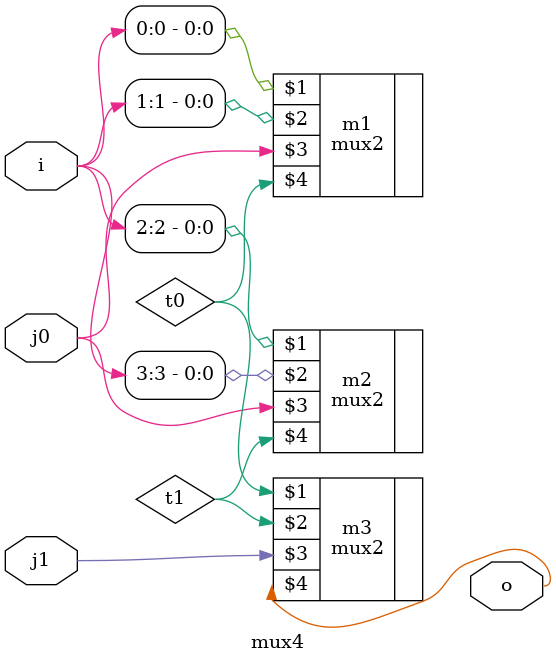
<source format=v>
module mux4 (input wire [0:3] i, input wire j1, j0, output wire o);
  wire  t0, t1;
  
	mux2 m1(i[0],i[1],j0,t0);
	mux2 m2(i[2],i[3],j0,t1);
	mux2 m3(t0,t1,j1,o);
endmodule


</source>
